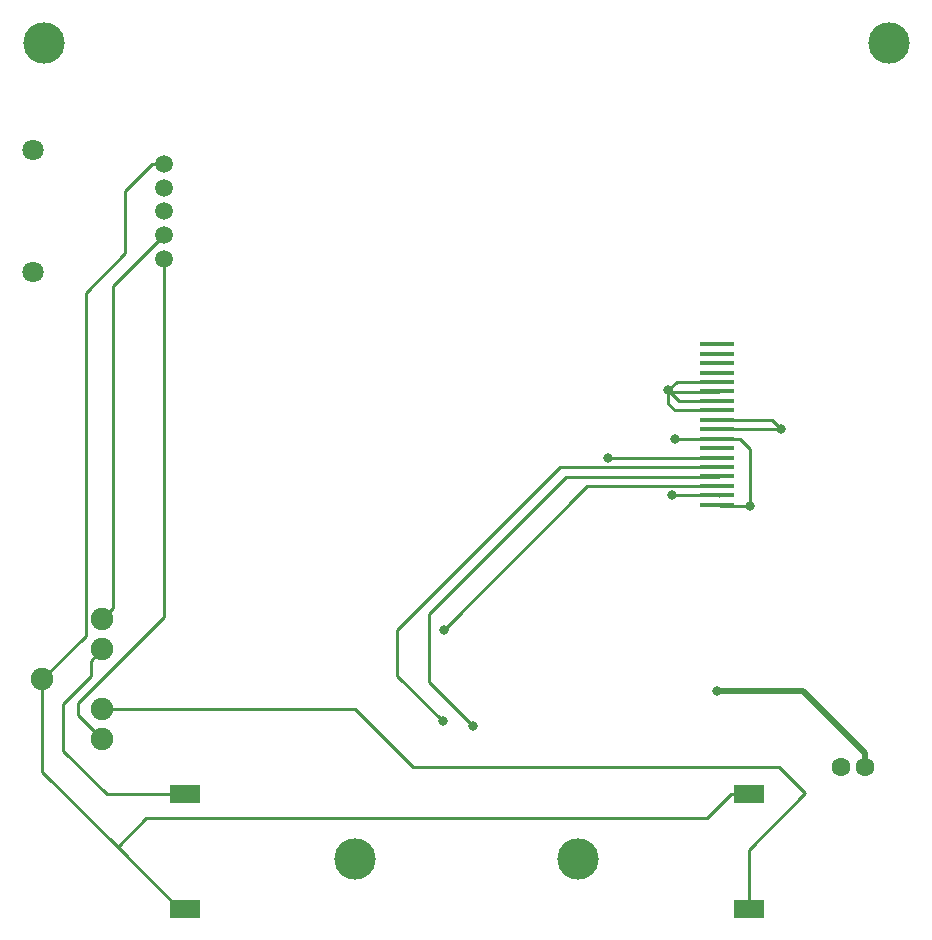
<source format=gbr>
G04 #@! TF.GenerationSoftware,KiCad,Pcbnew,5.0.2+dfsg1-1~bpo9+1*
G04 #@! TF.CreationDate,2019-08-11T15:23:53+01:00*
G04 #@! TF.ProjectId,retro_zero+a_screen,72657472-6f5f-47a6-9572-6f2b615f7363,rev?*
G04 #@! TF.SameCoordinates,Original*
G04 #@! TF.FileFunction,Copper,L1,Top*
G04 #@! TF.FilePolarity,Positive*
%FSLAX46Y46*%
G04 Gerber Fmt 4.6, Leading zero omitted, Abs format (unit mm)*
G04 Created by KiCad (PCBNEW 5.0.2+dfsg1-1~bpo9+1) date Sun 11 Aug 2019 15:23:53 BST*
%MOMM*%
%LPD*%
G01*
G04 APERTURE LIST*
G04 #@! TA.AperFunction,SMDPad,CuDef*
%ADD10R,3.000000X0.400000*%
G04 #@! TD*
G04 #@! TA.AperFunction,ComponentPad*
%ADD11C,1.500000*%
G04 #@! TD*
G04 #@! TA.AperFunction,ComponentPad*
%ADD12C,1.800000*%
G04 #@! TD*
G04 #@! TA.AperFunction,ComponentPad*
%ADD13C,1.900000*%
G04 #@! TD*
G04 #@! TA.AperFunction,SMDPad,CuDef*
%ADD14R,2.500000X1.500000*%
G04 #@! TD*
G04 #@! TA.AperFunction,ComponentPad*
%ADD15C,3.500000*%
G04 #@! TD*
G04 #@! TA.AperFunction,ComponentPad*
%ADD16C,1.600000*%
G04 #@! TD*
G04 #@! TA.AperFunction,ViaPad*
%ADD17C,0.800000*%
G04 #@! TD*
G04 #@! TA.AperFunction,Conductor*
%ADD18C,0.250000*%
G04 #@! TD*
G04 #@! TA.AperFunction,Conductor*
%ADD19C,0.500000*%
G04 #@! TD*
G04 APERTURE END LIST*
D10*
G04 #@! TO.P,U1,1*
G04 #@! TO.N,Net-(J1-Pad6)*
X168236900Y-83172300D03*
G04 #@! TO.P,U1,2*
G04 #@! TO.N,Net-(J1-Pad13)*
X168236900Y-82372200D03*
G04 #@! TO.P,U1,3*
G04 #@! TO.N,Net-(J1-Pad23)*
X168236900Y-81572100D03*
G04 #@! TO.P,U1,4*
G04 #@! TO.N,Net-(J1-Pad22)*
X168236900Y-80772000D03*
G04 #@! TO.P,U1,5*
G04 #@! TO.N,Net-(J1-Pad24)*
X168236900Y-79971900D03*
G04 #@! TO.P,U1,6*
G04 #@! TO.N,Net-(J1-Pad19)*
X168236900Y-79171800D03*
G04 #@! TO.P,U1,7*
G04 #@! TO.N,Net-(U1-Pad7)*
X168236900Y-78371700D03*
G04 #@! TO.P,U1,8*
G04 #@! TO.N,Net-(J1-Pad6)*
X168236900Y-77571600D03*
G04 #@! TO.P,U1,9*
G04 #@! TO.N,Net-(J1-Pad1)*
X168236900Y-76771500D03*
G04 #@! TO.P,U1,10*
X168236900Y-75971400D03*
G04 #@! TO.P,U1,11*
G04 #@! TO.N,Net-(R1-Pad2)*
X168236900Y-75171300D03*
G04 #@! TO.P,U1,12*
X168236900Y-74371200D03*
G04 #@! TO.P,U1,13*
X168236900Y-73571100D03*
G04 #@! TO.P,U1,14*
X168236900Y-72771000D03*
G04 #@! TO.P,U1,15*
G04 #@! TO.N,Net-(U1-Pad15)*
X168236900Y-71970900D03*
G04 #@! TO.P,U1,16*
G04 #@! TO.N,Net-(U1-Pad16)*
X168236900Y-71170800D03*
G04 #@! TO.P,U1,17*
G04 #@! TO.N,Net-(U1-Pad17)*
X168236900Y-70370700D03*
G04 #@! TO.P,U1,18*
G04 #@! TO.N,Net-(U1-Pad18)*
X168236900Y-69570600D03*
G04 #@! TD*
D11*
G04 #@! TO.P,U3,1*
G04 #@! TO.N,Net-(LS1-Pad1)*
X121450100Y-54317900D03*
G04 #@! TO.P,U3,2*
G04 #@! TO.N,Net-(U2-Pad7)*
X121450100Y-56324500D03*
G04 #@! TO.P,U3,3*
G04 #@! TO.N,Net-(U2-Pad8)*
X121450100Y-58331100D03*
G04 #@! TO.P,U3,4*
G04 #@! TO.N,Net-(U3-Pad4)*
X121450100Y-60337700D03*
G04 #@! TO.P,U3,5*
G04 #@! TO.N,Net-(U3-Pad5)*
X121450100Y-62344300D03*
D12*
G04 #@! TO.P,U3,6*
G04 #@! TO.N,N/C*
X110324900Y-63500000D03*
G04 #@! TO.P,U3,7*
X110337600Y-53162200D03*
G04 #@! TD*
D13*
G04 #@! TO.P,U4,1*
G04 #@! TO.N,Net-(LS1-Pad1)*
X111125000Y-97955100D03*
G04 #@! TO.P,U4,4*
G04 #@! TO.N,Net-(LS1-Pad2)*
X116205000Y-95415100D03*
G04 #@! TO.P,U4,5*
G04 #@! TO.N,Net-(U3-Pad4)*
X116205000Y-92875100D03*
G04 #@! TO.P,U4,3*
G04 #@! TO.N,Net-(LS2-Pad2)*
X116205000Y-100495100D03*
G04 #@! TO.P,U4,2*
G04 #@! TO.N,Net-(U3-Pad5)*
X116205000Y-103035100D03*
G04 #@! TD*
D14*
G04 #@! TO.P,LS1,2*
G04 #@! TO.N,Net-(LS1-Pad2)*
X123240800Y-107619800D03*
G04 #@! TO.P,LS1,1*
G04 #@! TO.N,Net-(LS1-Pad1)*
X123240800Y-117373400D03*
G04 #@! TD*
G04 #@! TO.P,LS2,1*
G04 #@! TO.N,Net-(LS1-Pad1)*
X170942000Y-107619800D03*
G04 #@! TO.P,LS2,2*
G04 #@! TO.N,Net-(LS2-Pad2)*
X170942000Y-117373400D03*
G04 #@! TD*
D15*
G04 #@! TO.P,U5,1*
G04 #@! TO.N,Net-(U5-Pad1)*
X182829200Y-44081700D03*
G04 #@! TD*
G04 #@! TO.P,U6,1*
G04 #@! TO.N,Net-(U6-Pad1)*
X111252000Y-44081700D03*
G04 #@! TD*
G04 #@! TO.P,U7,1*
G04 #@! TO.N,Net-(U7-Pad1)*
X137617200Y-113182400D03*
G04 #@! TD*
G04 #@! TO.P,U8,1*
G04 #@! TO.N,Net-(U8-Pad1)*
X156464000Y-113182400D03*
G04 #@! TD*
D16*
G04 #@! TO.P,U10,1*
G04 #@! TO.N,Net-(J1-Pad6)*
X180784500Y-105333800D03*
G04 #@! TO.P,U10,2*
G04 #@! TO.N,Net-(J1-Pad2)*
X178752500Y-105333800D03*
G04 #@! TD*
D17*
G04 #@! TO.N,Net-(J1-Pad1)*
X173710600Y-76784200D03*
G04 #@! TO.N,Net-(J1-Pad13)*
X164426900Y-82372200D03*
G04 #@! TO.N,Net-(J1-Pad19)*
X159004000Y-79184500D03*
G04 #@! TO.N,Net-(J1-Pad22)*
X147624800Y-101930200D03*
G04 #@! TO.N,Net-(J1-Pad23)*
X145097500Y-93751400D03*
G04 #@! TO.N,Net-(J1-Pad24)*
X145034000Y-101473000D03*
G04 #@! TO.N,Net-(R1-Pad2)*
X164134800Y-73482200D03*
G04 #@! TO.N,Net-(J1-Pad6)*
X171081700Y-83312000D03*
X164693600Y-77584300D03*
X168224200Y-98958400D03*
G04 #@! TD*
D18*
G04 #@! TO.N,Net-(J1-Pad1)*
X173710600Y-76784200D02*
X168440100Y-76784200D01*
X172910500Y-75984100D02*
X173710600Y-76784200D01*
X168440100Y-75984100D02*
X172910500Y-75984100D01*
G04 #@! TO.N,Net-(J1-Pad13)*
X168427400Y-82372200D02*
X168440100Y-82384900D01*
X164426900Y-82372200D02*
X168427400Y-82372200D01*
G04 #@! TO.N,Net-(J1-Pad19)*
X168440100Y-79184500D02*
X159004000Y-79184500D01*
G04 #@! TO.N,Net-(J1-Pad22)*
X166690100Y-80784700D02*
X166677400Y-80797400D01*
X168440100Y-80784700D02*
X166690100Y-80784700D01*
X166677400Y-80797400D02*
X155460700Y-80797400D01*
X155460700Y-80797400D02*
X143878300Y-92379800D01*
X143878300Y-98183700D02*
X147624800Y-101930200D01*
X143878300Y-92379800D02*
X143878300Y-98183700D01*
G04 #@! TO.N,Net-(J1-Pad23)*
X157264100Y-81584800D02*
X145097500Y-93751400D01*
X168440100Y-81584800D02*
X157264100Y-81584800D01*
G04 #@! TO.N,Net-(J1-Pad24)*
X166690100Y-79984600D02*
X166677400Y-79997300D01*
X168440100Y-79984600D02*
X166690100Y-79984600D01*
X166677400Y-79997300D02*
X154940000Y-79997300D01*
X154940000Y-79997300D02*
X141198600Y-93738700D01*
X141198600Y-97637600D02*
X145034000Y-101473000D01*
X141198600Y-93738700D02*
X141198600Y-97637600D01*
G04 #@! TO.N,Net-(R1-Pad2)*
X164833300Y-72783700D02*
X164134800Y-73482200D01*
X168440100Y-72783700D02*
X164833300Y-72783700D01*
X164236400Y-73583800D02*
X164134800Y-73482200D01*
X168440100Y-73583800D02*
X164236400Y-73583800D01*
X165036500Y-74383900D02*
X164134800Y-73482200D01*
X168440100Y-74383900D02*
X165036500Y-74383900D01*
X166690100Y-75184000D02*
X166664700Y-75158600D01*
X168440100Y-75184000D02*
X166690100Y-75184000D01*
X166664700Y-75158600D02*
X164668200Y-75158600D01*
X164134800Y-74625200D02*
X164134800Y-73482200D01*
X164668200Y-75158600D02*
X164134800Y-74625200D01*
G04 #@! TO.N,Net-(LS1-Pad1)*
X122740800Y-117373400D02*
X123240800Y-117373400D01*
X111125000Y-97955100D02*
X111125000Y-105757600D01*
X117779800Y-112412400D02*
X122740800Y-117373400D01*
X169442000Y-107619800D02*
X167371900Y-109689900D01*
X170942000Y-107619800D02*
X169442000Y-107619800D01*
X117495700Y-112128300D02*
X117779800Y-112412400D01*
X119934100Y-109689900D02*
X117495700Y-112128300D01*
X167371900Y-109689900D02*
X119934100Y-109689900D01*
X111125000Y-105757600D02*
X117495700Y-112128300D01*
X120389440Y-54317900D02*
X118135400Y-56571940D01*
X121450100Y-54317900D02*
X120389440Y-54317900D01*
X118135400Y-56571940D02*
X118135400Y-61874400D01*
X118135400Y-61874400D02*
X114808000Y-65201800D01*
X114808000Y-94272100D02*
X111125000Y-97955100D01*
X114808000Y-65201800D02*
X114808000Y-94272100D01*
G04 #@! TO.N,Net-(LS2-Pad2)*
X116205000Y-100495100D02*
X137629900Y-100495100D01*
X137629900Y-100495100D02*
X142494000Y-105359200D01*
X142494000Y-105359200D02*
X173520100Y-105359200D01*
X173520100Y-105359200D02*
X175729900Y-107569000D01*
X170942000Y-112356900D02*
X170942000Y-117373400D01*
X175729900Y-107569000D02*
X170942000Y-112356900D01*
G04 #@! TO.N,Net-(LS1-Pad2)*
X115255001Y-96365099D02*
X115255001Y-97673199D01*
X116205000Y-95415100D02*
X115255001Y-96365099D01*
X115255001Y-97673199D02*
X112877600Y-100050600D01*
X112877600Y-103976310D02*
X116584590Y-107683300D01*
X112877600Y-100050600D02*
X112877600Y-103976310D01*
X116648090Y-107619800D02*
X123240800Y-107619800D01*
X116584590Y-107683300D02*
X116648090Y-107619800D01*
G04 #@! TO.N,Net-(U3-Pad4)*
X120700101Y-61087699D02*
X121450100Y-60337700D01*
X117154999Y-64632801D02*
X120700101Y-61087699D01*
X117154999Y-91925101D02*
X117154999Y-64632801D01*
X116205000Y-92875100D02*
X117154999Y-91925101D01*
G04 #@! TO.N,Net-(U3-Pad5)*
X121450100Y-62344300D02*
X121450100Y-92710000D01*
X121450100Y-92710000D02*
X114173000Y-99987100D01*
X114173000Y-101003100D02*
X116205000Y-103035100D01*
X114173000Y-99987100D02*
X114173000Y-101003100D01*
G04 #@! TO.N,Net-(J1-Pad6)*
X168567100Y-83312000D02*
X168440100Y-83185000D01*
X171081700Y-83312000D02*
X168567100Y-83312000D01*
X170190100Y-77584300D02*
X168440100Y-77584300D01*
X171081700Y-78475900D02*
X170190100Y-77584300D01*
X171081700Y-83312000D02*
X171081700Y-78475900D01*
X165259285Y-77584300D02*
X168440100Y-77584300D01*
X164693600Y-77584300D02*
X165259285Y-77584300D01*
D19*
X180784500Y-104202430D02*
X175540470Y-98958400D01*
X180784500Y-105333800D02*
X180784500Y-104202430D01*
X175540470Y-98958400D02*
X168224200Y-98958400D01*
G04 #@! TD*
M02*

</source>
